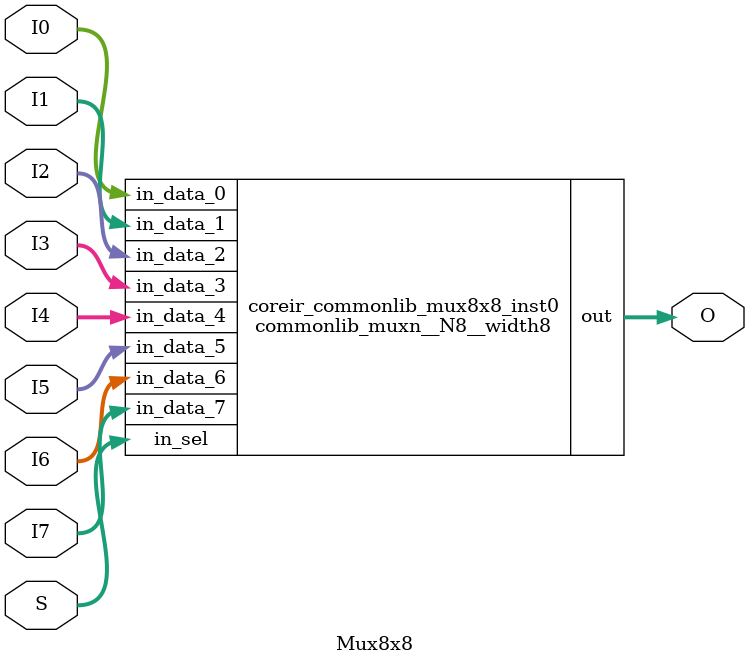
<source format=v>
module coreir_slice #(parameter hi = 1, parameter lo = 0, parameter width = 1) (input [width-1:0] in, output [hi-lo-1:0] out);
  assign out = in[hi-1:lo];
endmodule

module commonlib_muxn__N2__width8 (input [7:0] in_data_0, input [7:0] in_data_1, input [0:0] in_sel, output [7:0] out);
assign out = in_sel[0] ? in_data_1 : in_data_0;
endmodule

module commonlib_muxn__N4__width8 (input [7:0] in_data_0, input [7:0] in_data_1, input [7:0] in_data_2, input [7:0] in_data_3, input [1:0] in_sel, output [7:0] out);
wire [7:0] muxN_0_out;
wire [7:0] muxN_1_out;
wire [0:0] sel_slice0_out;
wire [0:0] sel_slice1_out;
commonlib_muxn__N2__width8 muxN_0(.in_data_0(in_data_0), .in_data_1(in_data_1), .in_sel(sel_slice0_out), .out(muxN_0_out));
commonlib_muxn__N2__width8 muxN_1(.in_data_0(in_data_2), .in_data_1(in_data_3), .in_sel(sel_slice1_out), .out(muxN_1_out));
coreir_slice #(.hi(1), .lo(0), .width(2)) sel_slice0(.in(in_sel), .out(sel_slice0_out));
coreir_slice #(.hi(1), .lo(0), .width(2)) sel_slice1(.in(in_sel), .out(sel_slice1_out));
assign out = in_sel[1] ? muxN_1_out : muxN_0_out;
endmodule

module commonlib_muxn__N8__width8 (input [7:0] in_data_0, input [7:0] in_data_1, input [7:0] in_data_2, input [7:0] in_data_3, input [7:0] in_data_4, input [7:0] in_data_5, input [7:0] in_data_6, input [7:0] in_data_7, input [2:0] in_sel, output [7:0] out);
wire [7:0] muxN_0_out;
wire [7:0] muxN_1_out;
wire [1:0] sel_slice0_out;
wire [1:0] sel_slice1_out;
commonlib_muxn__N4__width8 muxN_0(.in_data_0(in_data_0), .in_data_1(in_data_1), .in_data_2(in_data_2), .in_data_3(in_data_3), .in_sel(sel_slice0_out), .out(muxN_0_out));
commonlib_muxn__N4__width8 muxN_1(.in_data_0(in_data_4), .in_data_1(in_data_5), .in_data_2(in_data_6), .in_data_3(in_data_7), .in_sel(sel_slice1_out), .out(muxN_1_out));
coreir_slice #(.hi(2), .lo(0), .width(3)) sel_slice0(.in(in_sel), .out(sel_slice0_out));
coreir_slice #(.hi(2), .lo(0), .width(3)) sel_slice1(.in(in_sel), .out(sel_slice1_out));
assign out = in_sel[2] ? muxN_1_out : muxN_0_out;
endmodule

module Mux8x8 (input [7:0] I0, input [7:0] I1, input [7:0] I2, input [7:0] I3, input [7:0] I4, input [7:0] I5, input [7:0] I6, input [7:0] I7, output [7:0] O, input [2:0] S);
commonlib_muxn__N8__width8 coreir_commonlib_mux8x8_inst0(.in_data_0(I0), .in_data_1(I1), .in_data_2(I2), .in_data_3(I3), .in_data_4(I4), .in_data_5(I5), .in_data_6(I6), .in_data_7(I7), .in_sel(S), .out(O));
endmodule


</source>
